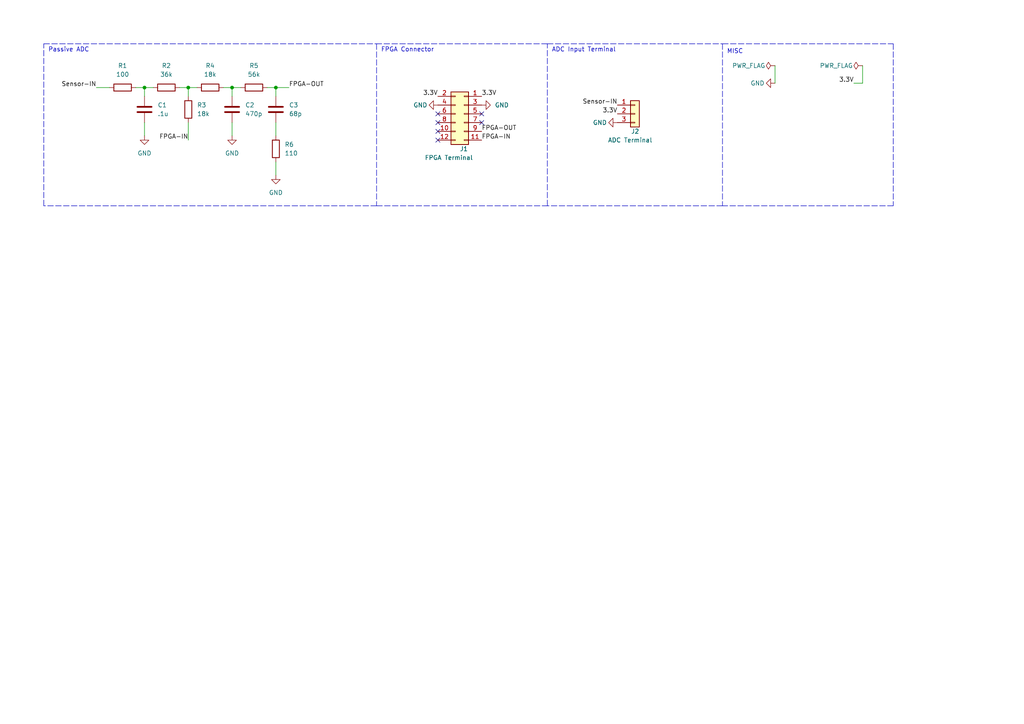
<source format=kicad_sch>
(kicad_sch (version 20211123) (generator eeschema)
  (paper "A4")
  (lib_symbols
    (symbol "Connector_Generic:Conn_01x03" (pin_names (offset 1.016) hide)
      (property "Reference" "J" (at 0 5.08 0))
      (property "Value" "Conn_01x03" (at 0 -5.08 0))
      (symbol "Conn_01x03_1_1"
        (rectangle (start -1.27 -2.413) (end 0 -2.667) (stroke (width 0.1524)))
        (rectangle (start -1.27 0.127) (end 0 -0.127) (stroke (width 0.1524)))
        (rectangle (start -1.27 2.667) (end 0 2.413) (stroke (width 0.1524)))
        (rectangle (start -1.27 3.81) (end 1.27 -3.81) (stroke (width 0.254)) (fill (type background)))
        (pin passive line (at -5.08 2.54 0) (length 3.81) (name "Pin_1") (number "1"))
        (pin passive line (at -5.08 0 0) (length 3.81) (name "Pin_2") (number "2"))
        (pin passive line (at -5.08 -2.54 0) (length 3.81) (name "Pin_3") (number "3"))
      )
    )
    (symbol "Connector_Generic:Conn_02x06_Odd_Even" (pin_names (offset 1.016) hide)
      (property "Reference" "J" (at 1.27 7.62 0))
      (property "Value" "Conn_02x06_Odd_Even" (at 1.27 -10.16 0))
      (symbol "Conn_02x06_Odd_Even_1_1"
        (rectangle (start -1.27 -7.493) (end 0 -7.747) (stroke (width 0.1524)))
        (rectangle (start -1.27 -4.953) (end 0 -5.207) (stroke (width 0.1524)))
        (rectangle (start -1.27 -2.413) (end 0 -2.667) (stroke (width 0.1524)))
        (rectangle (start -1.27 0.127) (end 0 -0.127) (stroke (width 0.1524)))
        (rectangle (start -1.27 2.667) (end 0 2.413) (stroke (width 0.1524)))
        (rectangle (start -1.27 5.207) (end 0 4.953) (stroke (width 0.1524)))
        (rectangle (start -1.27 6.35) (end 3.81 -8.89) (stroke (width 0.254)) (fill (type background)))
        (rectangle (start 3.81 -7.493) (end 2.54 -7.747) (stroke (width 0.1524)))
        (rectangle (start 3.81 -4.953) (end 2.54 -5.207) (stroke (width 0.1524)))
        (rectangle (start 3.81 -2.413) (end 2.54 -2.667) (stroke (width 0.1524)))
        (rectangle (start 3.81 0.127) (end 2.54 -0.127) (stroke (width 0.1524)))
        (rectangle (start 3.81 2.667) (end 2.54 2.413) (stroke (width 0.1524)))
        (rectangle (start 3.81 5.207) (end 2.54 4.953) (stroke (width 0.1524)))
        (pin passive line (at -5.08 5.08 0) (length 3.81) (name "Pin_1") (number "1"))
        (pin passive line (at 7.62 -5.08 180) (length 3.81) (name "Pin_10") (number "10"))
        (pin passive line (at -5.08 -7.62 0) (length 3.81) (name "Pin_11") (number "11"))
        (pin passive line (at 7.62 -7.62 180) (length 3.81) (name "Pin_12") (number "12"))
        (pin passive line (at 7.62 5.08 180) (length 3.81) (name "Pin_2") (number "2"))
        (pin passive line (at -5.08 2.54 0) (length 3.81) (name "Pin_3") (number "3"))
        (pin passive line (at 7.62 2.54 180) (length 3.81) (name "Pin_4") (number "4"))
        (pin passive line (at -5.08 0 0) (length 3.81) (name "Pin_5") (number "5"))
        (pin passive line (at 7.62 0 180) (length 3.81) (name "Pin_6") (number "6"))
        (pin passive line (at -5.08 -2.54 0) (length 3.81) (name "Pin_7") (number "7"))
        (pin passive line (at 7.62 -2.54 180) (length 3.81) (name "Pin_8") (number "8"))
        (pin passive line (at -5.08 -5.08 0) (length 3.81) (name "Pin_9") (number "9"))
      )
    )
    (symbol "Device:C" (pin_numbers hide) (pin_names (offset 0.254))
      (property "Reference" "C" (at 0.635 2.54 0))
      (property "Value" "C" (at 0.635 -2.54 0))
      (symbol "C_0_1"
        (polyline (pts (xy -2.032 -0.762) (xy 2.032 -0.762)) (stroke (width 0.508)))
        (polyline (pts (xy -2.032 0.762) (xy 2.032 0.762)) (stroke (width 0.508)))
      )
      (symbol "C_1_1"
        (pin passive line (at 0 3.81 270) (length 2.794) (name "~") (number "1"))
        (pin passive line (at 0 -3.81 90) (length 2.794) (name "~") (number "2"))
      )
    )
    (symbol "Device:R" (pin_numbers hide) (pin_names (offset 0))
      (property "Reference" "R" (at 2.032 0 90))
      (property "Value" "R" (at 0 0 90))
      (symbol "R_0_1"
        (rectangle (start -1.016 -2.54) (end 1.016 2.54) (stroke (width 0.254)))
      )
      (symbol "R_1_1"
        (pin passive line (at 0 3.81 270) (length 1.27) (name "~") (number "1"))
        (pin passive line (at 0 -3.81 90) (length 1.27) (name "~") (number "2"))
      )
    )
    (symbol "power:GND" (power) (pin_names (offset 0))
      (property "Value" "GND" (at 0 -3.81 0))
      (symbol "GND_0_1"
        (polyline (pts (xy 0 0) (xy 0 -1.27) (xy 1.27 -1.27) (xy 0 -2.54) (xy -1.27 -1.27) (xy 0 -1.27)))
      )
      (symbol "GND_1_1"
        (pin power_in line (at 0 0 270) (length 0) hide (name "GND") (number "1"))
      )
    )
    (symbol "power:PWR_FLAG" (power) (pin_numbers hide) (pin_names (offset 0) hide)
      (property "Value" "PWR_FLAG" (at 0 3.81 0))
      (symbol "PWR_FLAG_0_0"
        (pin power_out line (at 0 0 90) (length 0) (name "pwr") (number "1"))
      )
      (symbol "PWR_FLAG_0_1"
        (polyline (pts (xy 0 0) (xy 0 1.27) (xy -1.016 1.905) (xy 0 2.54) (xy 1.016 1.905) (xy 0 1.27)))
      )
    )
  )
  (junction (at 80.01 25.4))
  (junction (at 67.31 25.4))
  (junction (at 41.91 25.4))
  (junction (at 54.61 25.4))
  (no_connect (at 139.7 35.56))
  (no_connect (at 127 33.02))
  (no_connect (at 127 35.56))
  (no_connect (at 139.7 33.02))
  (no_connect (at 127 40.64))
  (no_connect (at 127 38.1))
  (wire (pts (xy 52.07 25.4) (xy 54.61 25.4)))
  (polyline (pts (xy 109.22 59.69) (xy 158.75 59.69)))
  (polyline (pts (xy 109.22 59.69) (xy 12.7 59.69)))
  (wire (pts (xy 250.19 24.13) (xy 250.19 19.05)))
  (wire (pts (xy 54.61 25.4) (xy 54.61 27.94)))
  (wire (pts (xy 80.01 25.4) (xy 83.82 25.4)))
  (wire (pts (xy 41.91 25.4) (xy 44.45 25.4)))
  (polyline (pts (xy 209.55 12.7) (xy 209.55 59.69)))
  (wire (pts (xy 224.79 19.05) (xy 224.79 24.13)))
  (wire (pts (xy 67.31 25.4) (xy 67.31 27.94)))
  (wire (pts (xy 27.94 25.4) (xy 31.75 25.4)))
  (wire (pts (xy 39.37 25.4) (xy 41.91 25.4)))
  (wire (pts (xy 247.65 24.13) (xy 250.19 24.13)))
  (wire (pts (xy 64.77 25.4) (xy 67.31 25.4)))
  (wire (pts (xy 80.01 35.56) (xy 80.01 39.37)))
  (wire (pts (xy 54.61 25.4) (xy 57.15 25.4)))
  (wire (pts (xy 54.61 35.56) (xy 54.61 40.64)))
  (wire (pts (xy 41.91 35.56) (xy 41.91 39.37)))
  (polyline (pts (xy 12.7 59.69) (xy 12.7 12.7)))
  (polyline (pts (xy 209.55 59.69) (xy 158.75 59.69)))
  (wire (pts (xy 41.91 25.4) (xy 41.91 27.94)))
  (polyline (pts (xy 158.75 59.69) (xy 158.75 12.7)))
  (polyline (pts (xy 12.7 12.7) (xy 109.22 12.7)))
  (polyline (pts (xy 158.75 12.7) (xy 209.55 12.7)))
  (wire (pts (xy 77.47 25.4) (xy 80.01 25.4)))
  (wire (pts (xy 67.31 25.4) (xy 69.85 25.4)))
  (polyline (pts (xy 209.55 12.7) (xy 259.08 12.7)))
  (polyline (pts (xy 158.75 12.7) (xy 109.22 12.7)))
  (wire (pts (xy 67.31 35.56) (xy 67.31 39.37)))
  (wire (pts (xy 80.01 25.4) (xy 80.01 27.94)))
  (polyline (pts (xy 109.22 12.7) (xy 109.22 59.69)))
  (wire (pts (xy 80.01 46.99) (xy 80.01 50.8)))
  (polyline (pts (xy 259.08 12.7) (xy 259.08 59.69)))
  (polyline (pts (xy 259.08 59.69) (xy 209.55 59.69)))
  (text "ADC Input Terminal" (at 160.02 15.24 0) (effects (font (size 1.27 1.27)) (justify left bottom)))
  (text "FPGA Connector" (at 110.49 15.24 0) (effects (font (size 1.27 1.27)) (justify left bottom)))
  (text "Passive ADC" (at 13.97 15.24 0) (effects (font (size 1.27 1.27)) (justify left bottom)))
  (text "MISC\n\n" (at 210.82 17.78 0) (effects (font (size 1.27 1.27)) (justify left bottom)))
  (label "FPGA-IN" (at 139.7 40.64 0))
  (label "3.3V" (at 247.65 24.13 180))
  (label "FPGA-IN" (at 54.61 40.64 180))
  (label "Sensor-IN" (at 179.07 30.48 180))
  (label "FPGA-OUT" (at 139.7 38.1 0))
  (label "3.3V" (at 139.7 27.94 0))
  (label "3.3V" (at 127 27.94 180))
  (label "3.3V" (at 179.07 33.02 180))
  (label "Sensor-IN" (at 27.94 25.4 180))
  (label "FPGA-OUT" (at 83.82 25.4 0))
  (symbol (lib_id "Device:R") (at 73.66 25.4 90) (unit 1)
    (property "Reference" "R5" (at 73.66 19.05 90))
    (property "Value" "56k" (at 73.66 21.59 90))
    (property "Footprint" "Resistor_THT:R_Axial_DIN0207_L6.3mm_D2.5mm_P10.16mm_Horizontal" (effects hide))
  )
  (symbol (lib_id "power:PWR_FLAG") (at 224.79 19.05 90) (unit 1)
    (property "Reference" "#FLG01" (effects hide))
    (property "Value" "PWR_FLAG" (at 217.17 19.05 90))
  )
  (symbol (lib_id "Device:C") (at 41.91 31.75 0) (unit 1)
    (property "Reference" "C1" (at 45.72 30.4799 0) (effects (justify left)))
    (property "Value" ".1u" (at 45.72 33.0199 0) (effects (justify left)))
    (property "Footprint" "Capacitor_THT:CP_Radial_D7.5mm_P2.50mm" (effects hide))
  )
  (symbol (lib_id "power:GND") (at 127 30.48 270) (unit 1)
    (property "Reference" "#PWR06" (effects hide))
    (property "Value" "GND" (at 121.92 30.48 90))
  )
  (symbol (lib_id "power:GND") (at 80.01 50.8 0) (unit 1)
    (property "Reference" "#PWR04" (effects hide))
    (property "Value" "GND" (at 80.01 55.88 0))
  )
  (symbol (lib_id "power:GND") (at 179.07 35.56 270) (unit 1)
    (property "Reference" "#PWR07" (effects hide))
    (property "Value" "GND" (at 173.99 35.56 90))
  )
  (symbol (lib_id "Device:R") (at 60.96 25.4 90) (unit 1)
    (property "Reference" "R4" (at 60.96 19.05 90))
    (property "Value" "18k" (at 60.96 21.59 90))
    (property "Footprint" "Resistor_THT:R_Axial_DIN0207_L6.3mm_D2.5mm_P10.16mm_Horizontal" (effects hide))
  )
  (symbol (lib_id "power:PWR_FLAG") (at 250.19 19.05 90) (unit 1)
    (property "Reference" "#FLG02" (effects hide))
    (property "Value" "PWR_FLAG" (at 242.57 19.05 90))
  )
  (symbol (lib_id "power:GND") (at 139.7 30.48 90) (unit 1)
    (property "Reference" "#PWR05" (effects hide))
    (property "Value" "GND" (at 143.51 30.48 90) (effects (justify right)))
  )
  (symbol (lib_id "Device:R") (at 80.01 43.18 180) (unit 1)
    (property "Reference" "R6" (at 82.55 41.9099 0) (effects (justify right)))
    (property "Value" "110" (at 82.55 44.4499 0) (effects (justify right)))
    (property "Footprint" "Resistor_THT:R_Axial_DIN0207_L6.3mm_D2.5mm_P10.16mm_Horizontal" (effects hide))
  )
  (symbol (lib_id "Connector_Generic:Conn_01x03") (at 184.15 33.02 0) (unit 1)
    (property "Reference" "J2" (at 185.4201 38.1 0) (effects (justify right)))
    (property "Value" "ADC Terminal" (at 189.23 40.64 0) (effects (justify right)))
    (property "Footprint" "PinHeader_1x03_P1.00mm_Vertical" (effects hide))
  )
  (symbol (lib_id "Device:R") (at 54.61 31.75 180) (unit 1)
    (property "Reference" "R3" (at 57.15 30.4799 0) (effects (justify right)))
    (property "Value" "18k" (at 57.15 33.0199 0) (effects (justify right)))
    (property "Footprint" "Resistor_THT:R_Axial_DIN0207_L6.3mm_D2.5mm_P10.16mm_Horizontal" (effects hide))
  )
  (symbol (lib_id "power:GND") (at 41.91 39.37 0) (unit 1)
    (property "Reference" "#PWR01" (effects hide))
    (property "Value" "GND" (at 41.91 44.45 0))
  )
  (symbol (lib_id "Device:R") (at 48.26 25.4 90) (unit 1)
    (property "Reference" "R2" (at 48.26 19.05 90))
    (property "Value" "36k" (at 48.26 21.59 90))
    (property "Footprint" "Resistor_THT:R_Axial_DIN0207_L6.3mm_D2.5mm_P10.16mm_Horizontal" (effects hide))
  )
  (symbol (lib_id "Device:C") (at 67.31 31.75 0) (unit 1)
    (property "Reference" "C2" (at 71.12 30.4799 0) (effects (justify left)))
    (property "Value" "470p" (at 71.12 33.0199 0) (effects (justify left)))
    (property "Footprint" "Capacitor_THT:CP_Radial_D7.5mm_P2.50mm" (effects hide))
  )
  (symbol (lib_id "power:GND") (at 224.79 24.13 270) (unit 1)
    (property "Reference" "#PWR08" (effects hide))
    (property "Value" "GND" (at 219.71 24.13 90))
  )
  (symbol (lib_id "Device:R") (at 35.56 25.4 90) (unit 1)
    (property "Reference" "R1" (at 35.56 19.05 90))
    (property "Value" "100" (at 35.56 21.59 90))
    (property "Footprint" "Resistor_THT:R_Axial_DIN0207_L6.3mm_D2.5mm_P10.16mm_Horizontal" (effects hide))
  )
  (symbol (lib_id "Device:C") (at 80.01 31.75 0) (unit 1)
    (property "Reference" "C3" (at 83.82 30.4799 0) (effects (justify left)))
    (property "Value" "68p" (at 83.82 33.0199 0) (effects (justify left)))
    (property "Footprint" "Capacitor_THT:CP_Radial_D7.5mm_P2.50mm" (effects hide))
  )
  (symbol (lib_id "power:GND") (at 67.31 39.37 0) (unit 1)
    (property "Reference" "#PWR03" (effects hide))
    (property "Value" "GND" (at 67.31 44.45 0))
  )
  (symbol (lib_id "Connector_Generic:Conn_02x06_Odd_Even") (at 134.62 33.02 0) (mirror y) (unit 1)
    (property "Reference" "J1" (at 133.35 43.18 0) (effects (justify right)))
    (property "Value" "FPGA Terminal" (at 123.19 45.72 0) (effects (justify right)))
    (property "Footprint" "PinHeader_2x06_P1.00mm_Horizontal" (effects hide))
  )
)
</source>
